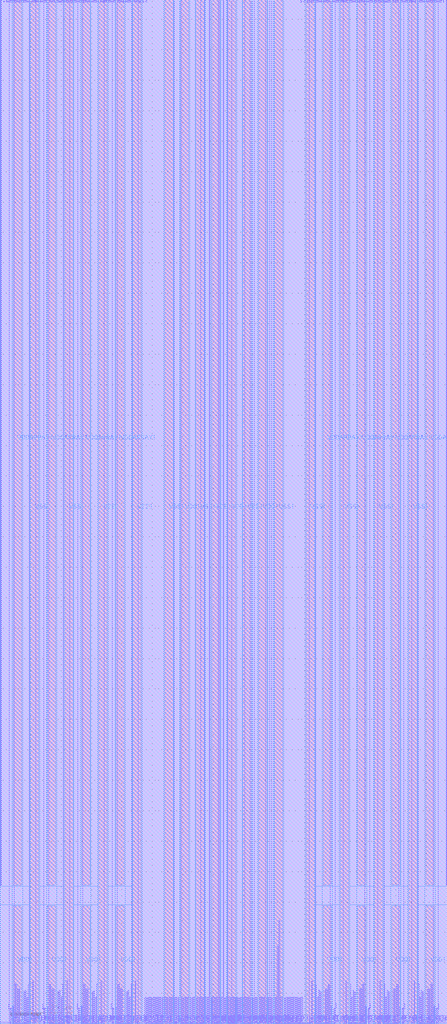
<source format=lef>
VERSION 5.7 ;
NAMESCASESENSITIVE ON ;
BUSBITCHARS "[]" ;
DIVIDERCHAR "/" ;

PROPERTYDEFINITIONS
END PROPERTYDEFINITIONS


MACRO RM_IHPSG13_1P_1024x8_c2_bm_bist
    CLASS BLOCK ;
    SIZE 146.88 BY 336.46 ;
    SYMMETRY X Y R90 ;
    PIN A_DIN[4]
        DIRECTION INPUT ; 
        USE SIGNAL ; 
        ANTENNAPARTIALMETALAREA 1.794 LAYER Metal2 ;
        ANTENNAGATEAREA 0.20085 LAYER Metal2 ;
        ANTENNAMAXAREACAR 9.83819 LAYER Metal2 ;
        PORT
            LAYER Metal2 ;
              RECT  109.61 0 109.87 0.26 ;
        END
    END A_DIN[4]
    PIN A_DIN[3]
        DIRECTION INPUT ; 
        USE SIGNAL ; 
        ANTENNAPARTIALMETALAREA 1.794 LAYER Metal2 ;
        ANTENNAGATEAREA 0.20085 LAYER Metal2 ;
        ANTENNAMAXAREACAR 9.83819 LAYER Metal2 ;
        PORT
            LAYER Metal2 ;
              RECT  37.01 0 37.27 0.26 ;
        END
    END A_DIN[3]
    PIN A_BIST_DIN[4]
        DIRECTION INPUT ; 
        USE SIGNAL ; 
        ANTENNAPARTIALMETALAREA 1.6263 LAYER Metal2 ;
        ANTENNAGATEAREA 0.20085 LAYER Metal2 ;
        ANTENNAMAXAREACAR 9.36594 LAYER Metal2 ;
        PORT
            LAYER Metal2 ;
              RECT  108.755 0 109.015 0.26 ;
        END
    END A_BIST_DIN[4]
    PIN A_BIST_DIN[3]
        DIRECTION INPUT ; 
        USE SIGNAL ; 
        ANTENNAPARTIALMETALAREA 1.6263 LAYER Metal2 ;
        ANTENNAGATEAREA 0.20085 LAYER Metal2 ;
        ANTENNAMAXAREACAR 9.36594 LAYER Metal2 ;
        PORT
            LAYER Metal2 ;
              RECT  37.865 0 38.125 0.26 ;
        END
    END A_BIST_DIN[3]
    PIN A_BM[4]
        DIRECTION INPUT ; 
        USE SIGNAL ; 
        ANTENNAPARTIALMETALAREA 0.7215 LAYER Metal2 ;
        ANTENNAGATEAREA 0.20085 LAYER Metal2 ;
        ANTENNAMAXAREACAR 4.49838 LAYER Metal2 ;
        PORT
            LAYER Metal2 ;
              RECT  101.77 0 102.03 0.26 ;
        END
    END A_BM[4]
    PIN A_BM[3]
        DIRECTION INPUT ; 
        USE SIGNAL ; 
        ANTENNAPARTIALMETALAREA 0.7215 LAYER Metal2 ;
        ANTENNAGATEAREA 0.20085 LAYER Metal2 ;
        ANTENNAMAXAREACAR 4.49838 LAYER Metal2 ;
        PORT
            LAYER Metal2 ;
              RECT  44.85 0 45.11 0.26 ;
        END
    END A_BM[3]
    PIN A_BIST_BM[4]
        DIRECTION INPUT ; 
        USE SIGNAL ; 
        ANTENNAPARTIALMETALAREA 0.7605 LAYER Metal2 ;
        ANTENNAGATEAREA 0.20085 LAYER Metal2 ;
        ANTENNAMAXAREACAR 5.05527 LAYER Metal2 ;
        PORT
            LAYER Metal2 ;
              RECT  103.145 0 103.405 0.26 ;
        END
    END A_BIST_BM[4]
    PIN A_BIST_BM[3]
        DIRECTION INPUT ; 
        USE SIGNAL ; 
        ANTENNAPARTIALMETALAREA 0.7605 LAYER Metal2 ;
        ANTENNAGATEAREA 0.20085 LAYER Metal2 ;
        ANTENNAMAXAREACAR 5.05527 LAYER Metal2 ;
        PORT
            LAYER Metal2 ;
              RECT  43.475 0 43.735 0.26 ;
        END
    END A_BIST_BM[3]
    PIN A_DOUT[4]
        DIRECTION OUTPUT ; 
        USE SIGNAL ; 
        ANTENNAPARTIALMETALAREA 3.7095 LAYER Metal2 ;
        ANTENNADIFFAREA 0.988 LAYER Metal2 ;
        PORT
            LAYER Metal2 ;
              RECT  102.28 0 102.54 0.26 ;
        END
    END A_DOUT[4]
    PIN A_DOUT[3]
        DIRECTION OUTPUT ; 
        USE SIGNAL ; 
        ANTENNAPARTIALMETALAREA 3.7095 LAYER Metal2 ;
        ANTENNADIFFAREA 0.988 LAYER Metal2 ;
        PORT
            LAYER Metal2 ;
              RECT  44.34 0 44.6 0.26 ;
        END
    END A_DOUT[3]
    PIN VSS!
        DIRECTION INOUT ; 
        USE GROUND ; 
        PORT
            LAYER Metal4 ;
              RECT  134.19 0 137 336.46 ;
        END
        PORT
            LAYER Metal4 ;
              RECT  122.95 0 125.76 336.46 ;
        END
        PORT
            LAYER Metal4 ;
              RECT  111.71 0 114.52 336.46 ;
        END
        PORT
            LAYER Metal4 ;
              RECT  100.47 0 103.28 336.46 ;
        END
        PORT
            LAYER Metal4 ;
              RECT  90.06 0 92.87 336.46 ;
        END
        PORT
            LAYER Metal4 ;
              RECT  79.76 0 82.57 336.46 ;
        END
        PORT
            LAYER Metal4 ;
              RECT  64.31 0 67.12 336.46 ;
        END
        PORT
            LAYER Metal4 ;
              RECT  54.01 0 56.82 336.46 ;
        END
        PORT
            LAYER Metal4 ;
              RECT  43.6 0 46.41 336.46 ;
        END
        PORT
            LAYER Metal4 ;
              RECT  32.36 0 35.17 336.46 ;
        END
        PORT
            LAYER Metal4 ;
              RECT  21.12 0 23.93 336.46 ;
        END
        PORT
            LAYER Metal4 ;
              RECT  9.88 0 12.69 336.46 ;
        END
    END VSS!
    PIN VDD!
        DIRECTION INOUT ; 
        USE POWER ; 
        PORT
            LAYER Metal4 ;
              RECT  139.81 0 142.62 38.825 ;
        END
        PORT
            LAYER Metal4 ;
              RECT  128.57 0 131.38 38.825 ;
        END
        PORT
            LAYER Metal4 ;
              RECT  117.33 0 120.14 38.825 ;
        END
        PORT
            LAYER Metal4 ;
              RECT  106.09 0 108.9 38.825 ;
        END
        PORT
            LAYER Metal4 ;
              RECT  84.91 0 87.72 336.46 ;
        END
        PORT
            LAYER Metal4 ;
              RECT  74.61 0 77.42 336.46 ;
        END
        PORT
            LAYER Metal4 ;
              RECT  69.46 0 72.27 336.46 ;
        END
        PORT
            LAYER Metal4 ;
              RECT  59.16 0 61.97 336.46 ;
        END
        PORT
            LAYER Metal4 ;
              RECT  37.98 0 40.79 38.825 ;
        END
        PORT
            LAYER Metal4 ;
              RECT  26.74 0 29.55 38.825 ;
        END
        PORT
            LAYER Metal4 ;
              RECT  15.5 0 18.31 38.825 ;
        END
        PORT
            LAYER Metal4 ;
              RECT  4.26 0 7.07 38.825 ;
        END
    END VDD!
    PIN VDDARRAY!
        DIRECTION INOUT ; 
        USE POWER ; 
        PORT
            LAYER Metal4 ;
              RECT  139.81 45.465 142.62 336.46 ;
        END
        PORT
            LAYER Metal4 ;
              RECT  128.57 45.465 131.38 336.46 ;
        END
        PORT
            LAYER Metal4 ;
              RECT  117.33 45.465 120.14 336.46 ;
        END
        PORT
            LAYER Metal4 ;
              RECT  106.09 45.465 108.9 336.46 ;
        END
        PORT
            LAYER Metal4 ;
              RECT  37.98 45.465 40.79 336.46 ;
        END
        PORT
            LAYER Metal4 ;
              RECT  26.74 45.465 29.55 336.46 ;
        END
        PORT
            LAYER Metal4 ;
              RECT  15.5 45.465 18.31 336.46 ;
        END
        PORT
            LAYER Metal4 ;
              RECT  4.26 45.465 7.07 336.46 ;
        END
    END VDDARRAY!
    PIN A_DIN[5]
        DIRECTION INPUT ; 
        USE SIGNAL ; 
        ANTENNAPARTIALMETALAREA 1.794 LAYER Metal2 ;
        ANTENNAGATEAREA 0.20085 LAYER Metal2 ;
        ANTENNAMAXAREACAR 9.83819 LAYER Metal2 ;
        PORT
            LAYER Metal2 ;
              RECT  120.85 0 121.11 0.26 ;
        END
    END A_DIN[5]
    PIN A_DIN[2]
        DIRECTION INPUT ; 
        USE SIGNAL ; 
        ANTENNAPARTIALMETALAREA 1.794 LAYER Metal2 ;
        ANTENNAGATEAREA 0.20085 LAYER Metal2 ;
        ANTENNAMAXAREACAR 9.83819 LAYER Metal2 ;
        PORT
            LAYER Metal2 ;
              RECT  25.77 0 26.03 0.26 ;
        END
    END A_DIN[2]
    PIN A_BIST_DIN[5]
        DIRECTION INPUT ; 
        USE SIGNAL ; 
        ANTENNAPARTIALMETALAREA 1.6263 LAYER Metal2 ;
        ANTENNAGATEAREA 0.20085 LAYER Metal2 ;
        ANTENNAMAXAREACAR 9.36594 LAYER Metal2 ;
        PORT
            LAYER Metal2 ;
              RECT  119.995 0 120.255 0.26 ;
        END
    END A_BIST_DIN[5]
    PIN A_BIST_DIN[2]
        DIRECTION INPUT ; 
        USE SIGNAL ; 
        ANTENNAPARTIALMETALAREA 1.6263 LAYER Metal2 ;
        ANTENNAGATEAREA 0.20085 LAYER Metal2 ;
        ANTENNAMAXAREACAR 9.36594 LAYER Metal2 ;
        PORT
            LAYER Metal2 ;
              RECT  26.625 0 26.885 0.26 ;
        END
    END A_BIST_DIN[2]
    PIN A_BM[5]
        DIRECTION INPUT ; 
        USE SIGNAL ; 
        ANTENNAPARTIALMETALAREA 0.7215 LAYER Metal2 ;
        ANTENNAGATEAREA 0.20085 LAYER Metal2 ;
        ANTENNAMAXAREACAR 4.49838 LAYER Metal2 ;
        PORT
            LAYER Metal2 ;
              RECT  113.01 0 113.27 0.26 ;
        END
    END A_BM[5]
    PIN A_BM[2]
        DIRECTION INPUT ; 
        USE SIGNAL ; 
        ANTENNAPARTIALMETALAREA 0.7215 LAYER Metal2 ;
        ANTENNAGATEAREA 0.20085 LAYER Metal2 ;
        ANTENNAMAXAREACAR 4.49838 LAYER Metal2 ;
        PORT
            LAYER Metal2 ;
              RECT  33.61 0 33.87 0.26 ;
        END
    END A_BM[2]
    PIN A_BIST_BM[5]
        DIRECTION INPUT ; 
        USE SIGNAL ; 
        ANTENNAPARTIALMETALAREA 0.7605 LAYER Metal2 ;
        ANTENNAGATEAREA 0.20085 LAYER Metal2 ;
        ANTENNAMAXAREACAR 5.05527 LAYER Metal2 ;
        PORT
            LAYER Metal2 ;
              RECT  114.385 0 114.645 0.26 ;
        END
    END A_BIST_BM[5]
    PIN A_BIST_BM[2]
        DIRECTION INPUT ; 
        USE SIGNAL ; 
        ANTENNAPARTIALMETALAREA 0.7605 LAYER Metal2 ;
        ANTENNAGATEAREA 0.20085 LAYER Metal2 ;
        ANTENNAMAXAREACAR 5.05527 LAYER Metal2 ;
        PORT
            LAYER Metal2 ;
              RECT  32.235 0 32.495 0.26 ;
        END
    END A_BIST_BM[2]
    PIN A_DOUT[5]
        DIRECTION OUTPUT ; 
        USE SIGNAL ; 
        ANTENNAPARTIALMETALAREA 3.7095 LAYER Metal2 ;
        ANTENNADIFFAREA 0.988 LAYER Metal2 ;
        PORT
            LAYER Metal2 ;
              RECT  113.52 0 113.78 0.26 ;
        END
    END A_DOUT[5]
    PIN A_DOUT[2]
        DIRECTION OUTPUT ; 
        USE SIGNAL ; 
        ANTENNAPARTIALMETALAREA 3.7095 LAYER Metal2 ;
        ANTENNADIFFAREA 0.988 LAYER Metal2 ;
        PORT
            LAYER Metal2 ;
              RECT  33.1 0 33.36 0.26 ;
        END
    END A_DOUT[2]
    PIN A_DIN[6]
        DIRECTION INPUT ; 
        USE SIGNAL ; 
        ANTENNAPARTIALMETALAREA 1.794 LAYER Metal2 ;
        ANTENNAGATEAREA 0.20085 LAYER Metal2 ;
        ANTENNAMAXAREACAR 9.83819 LAYER Metal2 ;
        PORT
            LAYER Metal2 ;
              RECT  132.09 0 132.35 0.26 ;
        END
    END A_DIN[6]
    PIN A_DIN[1]
        DIRECTION INPUT ; 
        USE SIGNAL ; 
        ANTENNAPARTIALMETALAREA 1.794 LAYER Metal2 ;
        ANTENNAGATEAREA 0.20085 LAYER Metal2 ;
        ANTENNAMAXAREACAR 9.83819 LAYER Metal2 ;
        PORT
            LAYER Metal2 ;
              RECT  14.53 0 14.79 0.26 ;
        END
    END A_DIN[1]
    PIN A_BIST_DIN[6]
        DIRECTION INPUT ; 
        USE SIGNAL ; 
        ANTENNAPARTIALMETALAREA 1.6263 LAYER Metal2 ;
        ANTENNAGATEAREA 0.20085 LAYER Metal2 ;
        ANTENNAMAXAREACAR 9.36594 LAYER Metal2 ;
        PORT
            LAYER Metal2 ;
              RECT  131.235 0 131.495 0.26 ;
        END
    END A_BIST_DIN[6]
    PIN A_BIST_DIN[1]
        DIRECTION INPUT ; 
        USE SIGNAL ; 
        ANTENNAPARTIALMETALAREA 1.6263 LAYER Metal2 ;
        ANTENNAGATEAREA 0.20085 LAYER Metal2 ;
        ANTENNAMAXAREACAR 9.36594 LAYER Metal2 ;
        PORT
            LAYER Metal2 ;
              RECT  15.385 0 15.645 0.26 ;
        END
    END A_BIST_DIN[1]
    PIN A_BM[6]
        DIRECTION INPUT ; 
        USE SIGNAL ; 
        ANTENNAPARTIALMETALAREA 0.7215 LAYER Metal2 ;
        ANTENNAGATEAREA 0.20085 LAYER Metal2 ;
        ANTENNAMAXAREACAR 4.49838 LAYER Metal2 ;
        PORT
            LAYER Metal2 ;
              RECT  124.25 0 124.51 0.26 ;
        END
    END A_BM[6]
    PIN A_BM[1]
        DIRECTION INPUT ; 
        USE SIGNAL ; 
        ANTENNAPARTIALMETALAREA 0.7215 LAYER Metal2 ;
        ANTENNAGATEAREA 0.20085 LAYER Metal2 ;
        ANTENNAMAXAREACAR 4.49838 LAYER Metal2 ;
        PORT
            LAYER Metal2 ;
              RECT  22.37 0 22.63 0.26 ;
        END
    END A_BM[1]
    PIN A_BIST_BM[6]
        DIRECTION INPUT ; 
        USE SIGNAL ; 
        ANTENNAPARTIALMETALAREA 0.7605 LAYER Metal2 ;
        ANTENNAGATEAREA 0.20085 LAYER Metal2 ;
        ANTENNAMAXAREACAR 5.05527 LAYER Metal2 ;
        PORT
            LAYER Metal2 ;
              RECT  125.625 0 125.885 0.26 ;
        END
    END A_BIST_BM[6]
    PIN A_BIST_BM[1]
        DIRECTION INPUT ; 
        USE SIGNAL ; 
        ANTENNAPARTIALMETALAREA 0.7605 LAYER Metal2 ;
        ANTENNAGATEAREA 0.20085 LAYER Metal2 ;
        ANTENNAMAXAREACAR 5.05527 LAYER Metal2 ;
        PORT
            LAYER Metal2 ;
              RECT  20.995 0 21.255 0.26 ;
        END
    END A_BIST_BM[1]
    PIN A_DOUT[6]
        DIRECTION OUTPUT ; 
        USE SIGNAL ; 
        ANTENNAPARTIALMETALAREA 3.7095 LAYER Metal2 ;
        ANTENNADIFFAREA 0.988 LAYER Metal2 ;
        PORT
            LAYER Metal2 ;
              RECT  124.76 0 125.02 0.26 ;
        END
    END A_DOUT[6]
    PIN A_DOUT[1]
        DIRECTION OUTPUT ; 
        USE SIGNAL ; 
        ANTENNAPARTIALMETALAREA 3.7095 LAYER Metal2 ;
        ANTENNADIFFAREA 0.988 LAYER Metal2 ;
        PORT
            LAYER Metal2 ;
              RECT  21.86 0 22.12 0.26 ;
        END
    END A_DOUT[1]
    PIN A_DIN[7]
        DIRECTION INPUT ; 
        USE SIGNAL ; 
        ANTENNAPARTIALMETALAREA 1.794 LAYER Metal2 ;
        ANTENNAGATEAREA 0.20085 LAYER Metal2 ;
        ANTENNAMAXAREACAR 9.83819 LAYER Metal2 ;
        PORT
            LAYER Metal2 ;
              RECT  143.33 0 143.59 0.26 ;
        END
    END A_DIN[7]
    PIN A_DIN[0]
        DIRECTION INPUT ; 
        USE SIGNAL ; 
        ANTENNAPARTIALMETALAREA 1.794 LAYER Metal2 ;
        ANTENNAGATEAREA 0.20085 LAYER Metal2 ;
        ANTENNAMAXAREACAR 9.83819 LAYER Metal2 ;
        PORT
            LAYER Metal2 ;
              RECT  3.29 0 3.55 0.26 ;
        END
    END A_DIN[0]
    PIN A_BIST_DIN[7]
        DIRECTION INPUT ; 
        USE SIGNAL ; 
        ANTENNAPARTIALMETALAREA 1.6263 LAYER Metal2 ;
        ANTENNAGATEAREA 0.20085 LAYER Metal2 ;
        ANTENNAMAXAREACAR 9.36594 LAYER Metal2 ;
        PORT
            LAYER Metal2 ;
              RECT  142.475 0 142.735 0.26 ;
        END
    END A_BIST_DIN[7]
    PIN A_BIST_DIN[0]
        DIRECTION INPUT ; 
        USE SIGNAL ; 
        ANTENNAPARTIALMETALAREA 1.6263 LAYER Metal2 ;
        ANTENNAGATEAREA 0.20085 LAYER Metal2 ;
        ANTENNAMAXAREACAR 9.36594 LAYER Metal2 ;
        PORT
            LAYER Metal2 ;
              RECT  4.145 0 4.405 0.26 ;
        END
    END A_BIST_DIN[0]
    PIN A_BM[7]
        DIRECTION INPUT ; 
        USE SIGNAL ; 
        ANTENNAPARTIALMETALAREA 0.7215 LAYER Metal2 ;
        ANTENNAGATEAREA 0.20085 LAYER Metal2 ;
        ANTENNAMAXAREACAR 4.49838 LAYER Metal2 ;
        PORT
            LAYER Metal2 ;
              RECT  135.49 0 135.75 0.26 ;
        END
    END A_BM[7]
    PIN A_BM[0]
        DIRECTION INPUT ; 
        USE SIGNAL ; 
        ANTENNAPARTIALMETALAREA 0.7215 LAYER Metal2 ;
        ANTENNAGATEAREA 0.20085 LAYER Metal2 ;
        ANTENNAMAXAREACAR 4.49838 LAYER Metal2 ;
        PORT
            LAYER Metal2 ;
              RECT  11.13 0 11.39 0.26 ;
        END
    END A_BM[0]
    PIN A_BIST_BM[7]
        DIRECTION INPUT ; 
        USE SIGNAL ; 
        ANTENNAPARTIALMETALAREA 0.7605 LAYER Metal2 ;
        ANTENNAGATEAREA 0.20085 LAYER Metal2 ;
        ANTENNAMAXAREACAR 5.05527 LAYER Metal2 ;
        PORT
            LAYER Metal2 ;
              RECT  136.865 0 137.125 0.26 ;
        END
    END A_BIST_BM[7]
    PIN A_BIST_BM[0]
        DIRECTION INPUT ; 
        USE SIGNAL ; 
        ANTENNAPARTIALMETALAREA 0.7605 LAYER Metal2 ;
        ANTENNAGATEAREA 0.20085 LAYER Metal2 ;
        ANTENNAMAXAREACAR 5.05527 LAYER Metal2 ;
        PORT
            LAYER Metal2 ;
              RECT  9.755 0 10.015 0.26 ;
        END
    END A_BIST_BM[0]
    PIN A_DOUT[7]
        DIRECTION OUTPUT ; 
        USE SIGNAL ; 
        ANTENNAPARTIALMETALAREA 3.7095 LAYER Metal2 ;
        ANTENNADIFFAREA 0.988 LAYER Metal2 ;
        PORT
            LAYER Metal2 ;
              RECT  136 0 136.26 0.26 ;
        END
    END A_DOUT[7]
    PIN A_DOUT[0]
        DIRECTION OUTPUT ; 
        USE SIGNAL ; 
        ANTENNAPARTIALMETALAREA 3.7095 LAYER Metal2 ;
        ANTENNADIFFAREA 0.988 LAYER Metal2 ;
        PORT
            LAYER Metal2 ;
              RECT  10.62 0 10.88 0.26 ;
        END
    END A_DOUT[0]
    PIN A_ADDR[0]
        DIRECTION INPUT ; 
        USE SIGNAL ; 
        ANTENNAPARTIALMETALAREA 8.9011 LAYER Metal2 ;
        ANTENNAGATEAREA 0.20085 LAYER Metal2 ;
        ANTENNAMAXAREACAR 45.2233 LAYER Metal2 ;
        PORT
            LAYER Metal2 ;
              RECT  69.64 0 69.9 0.26 ;
        END
    END A_ADDR[0]
    PIN A_BIST_ADDR[0]
        DIRECTION INPUT ; 
        USE SIGNAL ; 
        ANTENNAPARTIALMETALAREA 9.6967 LAYER Metal2 ;
        ANTENNAGATEAREA 0.20085 LAYER Metal2 ;
        ANTENNAMAXAREACAR 49.1845 LAYER Metal2 ;
        PORT
            LAYER Metal2 ;
              RECT  74.23 0 74.49 0.26 ;
        END
    END A_BIST_ADDR[0]
    PIN A_ADDR[1]
        DIRECTION INPUT ; 
        USE SIGNAL ; 
        ANTENNAPARTIALMETALAREA 7.774 LAYER Metal2 ;
        ANTENNAGATEAREA 0.20085 LAYER Metal2 ;
        ANTENNAMAXAREACAR 39.657 LAYER Metal2 ;
        PORT
            LAYER Metal2 ;
              RECT  69.13 0 69.39 0.26 ;
        END
    END A_ADDR[1]
    PIN A_BIST_ADDR[1]
        DIRECTION INPUT ; 
        USE SIGNAL ; 
        ANTENNAPARTIALMETALAREA 8.5696 LAYER Metal2 ;
        ANTENNAGATEAREA 0.20085 LAYER Metal2 ;
        ANTENNAMAXAREACAR 43.6181 LAYER Metal2 ;
        PORT
            LAYER Metal2 ;
              RECT  73.72 0 73.98 0.26 ;
        END
    END A_BIST_ADDR[1]
    PIN A_ADDR[2]
        DIRECTION INPUT ; 
        USE SIGNAL ; 
        ANTENNAPARTIALMETALAREA 10.6327 LAYER Metal2 ;
        ANTENNAPARTIALMETALAREA 1.5246 LAYER Metal3 ;
        ANTENNAPARTIALCUTAREA 0.0722 LAYER Via2 ;
        ANTENNAGATEAREA 0.20085 LAYER Metal3 ;
        ANTENNAMAXAREACAR 9.41598 LAYER Metal3 ;
        PORT
            LAYER Metal2 ;
              RECT  77.29 0 77.55 0.26 ;
        END
    END A_ADDR[2]
    PIN A_BIST_ADDR[2]
        DIRECTION INPUT ; 
        USE SIGNAL ; 
        ANTENNAPARTIALMETALAREA 10.6327 LAYER Metal2 ;
        ANTENNAPARTIALMETALAREA 1.0962 LAYER Metal3 ;
        ANTENNAPARTIALCUTAREA 0.0722 LAYER Via2 ;
        ANTENNAGATEAREA 0.20085 LAYER Metal3 ;
        ANTENNAMAXAREACAR 7.81379 LAYER Metal3 ;
        PORT
            LAYER Metal2 ;
              RECT  77.8 0 78.06 0.26 ;
        END
    END A_BIST_ADDR[2]
    PIN A_ADDR[3]
        DIRECTION INPUT ; 
        USE SIGNAL ; 
        ANTENNAPARTIALMETALAREA 10.6327 LAYER Metal2 ;
        ANTENNAPARTIALMETALAREA 3.8367 LAYER Metal3 ;
        ANTENNAPARTIALCUTAREA 0.0722 LAYER Via2 ;
        ANTENNAGATEAREA 0.20085 LAYER Metal3 ;
        ANTENNAMAXAREACAR 20.9276 LAYER Metal3 ;
        PORT
            LAYER Metal2 ;
              RECT  76.27 0 76.53 0.26 ;
        END
    END A_ADDR[3]
    PIN A_BIST_ADDR[3]
        DIRECTION INPUT ; 
        USE SIGNAL ; 
        ANTENNAPARTIALMETALAREA 10.6327 LAYER Metal2 ;
        ANTENNAPARTIALMETALAREA 3.5175 LAYER Metal3 ;
        ANTENNAPARTIALCUTAREA 0.0722 LAYER Via2 ;
        ANTENNAGATEAREA 0.20085 LAYER Metal3 ;
        ANTENNAMAXAREACAR 19.8691 LAYER Metal3 ;
        PORT
            LAYER Metal2 ;
              RECT  76.78 0 77.04 0.26 ;
        END
    END A_BIST_ADDR[3]
    PIN A_ADDR[4]
        DIRECTION INPUT ; 
        USE SIGNAL ; 
        ANTENNAPARTIALMETALAREA 12.1979 LAYER Metal2 ;
        ANTENNAGATEAREA 0.20085 LAYER Metal2 ;
        ANTENNAMAXAREACAR 61.6375 LAYER Metal2 ;
        PORT
            LAYER Metal2 ;
              RECT  79.84 0 80.1 0.26 ;
        END
    END A_ADDR[4]
    PIN A_BIST_ADDR[4]
        DIRECTION INPUT ; 
        USE SIGNAL ; 
        ANTENNAPARTIALMETALAREA 11.9327 LAYER Metal2 ;
        ANTENNAGATEAREA 0.20085 LAYER Metal2 ;
        ANTENNAMAXAREACAR 60.3172 LAYER Metal2 ;
        PORT
            LAYER Metal2 ;
              RECT  79.33 0 79.59 0.26 ;
        END
    END A_BIST_ADDR[4]
    PIN A_ADDR[5]
        DIRECTION INPUT ; 
        USE SIGNAL ; 
        ANTENNAPARTIALMETALAREA 13.9269 LAYER Metal2 ;
        ANTENNAGATEAREA 0.20085 LAYER Metal2 ;
        ANTENNAMAXAREACAR 70.246 LAYER Metal2 ;
        PORT
            LAYER Metal2 ;
              RECT  78.82 0 79.08 0.26 ;
        END
    END A_ADDR[5]
    PIN A_BIST_ADDR[5]
        DIRECTION INPUT ; 
        USE SIGNAL ; 
        ANTENNAPARTIALMETALAREA 13.6617 LAYER Metal2 ;
        ANTENNAGATEAREA 0.20085 LAYER Metal2 ;
        ANTENNAMAXAREACAR 68.9256 LAYER Metal2 ;
        PORT
            LAYER Metal2 ;
              RECT  78.31 0 78.57 0.26 ;
        END
    END A_BIST_ADDR[5]
    PIN A_ADDR[6]
        DIRECTION INPUT ; 
        USE SIGNAL ; 
        ANTENNAPARTIALMETALAREA 10.9525 LAYER Metal2 ;
        ANTENNAGATEAREA 0.20085 LAYER Metal2 ;
        ANTENNAMAXAREACAR 55.4369 LAYER Metal2 ;
        PORT
            LAYER Metal2 ;
              RECT  57.4 0 57.66 0.26 ;
        END
    END A_ADDR[6]
    PIN A_BIST_ADDR[6]
        DIRECTION INPUT ; 
        USE SIGNAL ; 
        ANTENNAPARTIALMETALAREA 10.6771 LAYER Metal2 ;
        ANTENNAGATEAREA 0.20085 LAYER Metal2 ;
        ANTENNAMAXAREACAR 54.0657 LAYER Metal2 ;
        PORT
            LAYER Metal2 ;
              RECT  57.91 0 58.17 0.26 ;
        END
    END A_BIST_ADDR[6]
    PIN A_ADDR[7]
        DIRECTION INPUT ; 
        USE SIGNAL ; 
        ANTENNAPARTIALMETALAREA 12.4163 LAYER Metal2 ;
        ANTENNAGATEAREA 0.20085 LAYER Metal2 ;
        ANTENNAMAXAREACAR 62.7249 LAYER Metal2 ;
        PORT
            LAYER Metal2 ;
              RECT  58.42 0 58.68 0.26 ;
        END
    END A_ADDR[7]
    PIN A_BIST_ADDR[7]
        DIRECTION INPUT ; 
        USE SIGNAL ; 
        ANTENNAPARTIALMETALAREA 12.1511 LAYER Metal2 ;
        ANTENNAGATEAREA 0.20085 LAYER Metal2 ;
        ANTENNAMAXAREACAR 61.4045 LAYER Metal2 ;
        PORT
            LAYER Metal2 ;
              RECT  58.93 0 59.19 0.26 ;
        END
    END A_BIST_ADDR[7]
    PIN A_ADDR[8]
        DIRECTION INPUT ; 
        USE SIGNAL ; 
        ANTENNAPARTIALMETALAREA 10.3675 LAYER Metal2 ;
        ANTENNAPARTIALMETALAREA 1.5897 LAYER Metal3 ;
        ANTENNAPARTIALCUTAREA 0.0722 LAYER Via2 ;
        ANTENNAGATEAREA 0.20085 LAYER Metal3 ;
        ANTENNAMAXAREACAR 9.7401 LAYER Metal3 ;
        PORT
            LAYER Metal2 ;
              RECT  87.49 0 87.75 0.26 ;
        END
    END A_ADDR[8]
    PIN A_BIST_ADDR[8]
        DIRECTION INPUT ; 
        USE SIGNAL ; 
        ANTENNAPARTIALMETALAREA 10.3675 LAYER Metal2 ;
        ANTENNAPARTIALMETALAREA 1.3755 LAYER Metal3 ;
        ANTENNAPARTIALCUTAREA 0.0722 LAYER Via2 ;
        ANTENNAGATEAREA 0.20085 LAYER Metal3 ;
        ANTENNAMAXAREACAR 9.20438 LAYER Metal3 ;
        PORT
            LAYER Metal2 ;
              RECT  88 0 88.26 0.26 ;
        END
    END A_BIST_ADDR[8]
    PIN A_ADDR[9]
        DIRECTION INPUT ; 
        USE SIGNAL ; 
        ANTENNAPARTIALMETALAREA 12.2633 LAYER Metal2 ;
        ANTENNAGATEAREA 0.20085 LAYER Metal2 ;
        ANTENNAMAXAREACAR 61.9632 LAYER Metal2 ;
        PORT
            LAYER Metal2 ;
              RECT  82.39 0 82.65 0.26 ;
        END
    END A_ADDR[9]
    PIN A_BIST_ADDR[9]
        DIRECTION INPUT ; 
        USE SIGNAL ; 
        ANTENNAPARTIALMETALAREA 12.0083 LAYER Metal2 ;
        ANTENNAGATEAREA 0.20085 LAYER Metal2 ;
        ANTENNAMAXAREACAR 60.6936 LAYER Metal2 ;
        PORT
            LAYER Metal2 ;
              RECT  82.9 0 83.16 0.26 ;
        END
    END A_BIST_ADDR[9]
    PIN A_CLK
        DIRECTION INPUT ; 
        USE CLOCK ; 
        ANTENNAPARTIALMETALAREA 4.0547 LAYER Metal2 ;
        ANTENNAGATEAREA 0.20085 LAYER Metal2 ;
        ANTENNAMAXAREACAR 21.0939 LAYER Metal2 ;
        PORT
            LAYER Metal2 ;
              RECT  67.6 0 67.86 0.26 ;
        END
    END A_CLK
    PIN A_REN
        DIRECTION INPUT ; 
        USE SIGNAL ; 
        ANTENNAPARTIALMETALAREA 3.99505 LAYER Metal2 ;
        ANTENNAGATEAREA 0.20085 LAYER Metal2 ;
        ANTENNAMAXAREACAR 20.7969 LAYER Metal2 ;
        PORT
            LAYER Metal2 ;
              RECT  71.17 0 71.43 0.26 ;
        END
    END A_REN
    PIN A_WEN
        DIRECTION INPUT ; 
        USE SIGNAL ; 
        ANTENNAPARTIALMETALAREA 2.8847 LAYER Metal2 ;
        ANTENNAGATEAREA 0.20085 LAYER Metal2 ;
        ANTENNAMAXAREACAR 15.2686 LAYER Metal2 ;
        PORT
            LAYER Metal2 ;
              RECT  70.66 0 70.92 0.26 ;
        END
    END A_WEN
    PIN A_MEN
        DIRECTION INPUT ; 
        USE SIGNAL ; 
        ANTENNAPARTIALMETALAREA 3.0247 LAYER Metal2 ;
        ANTENNAGATEAREA 0.20085 LAYER Metal2 ;
        ANTENNAMAXAREACAR 15.9656 LAYER Metal2 ;
        PORT
            LAYER Metal2 ;
              RECT  68.11 0 68.37 0.26 ;
        END
    END A_MEN
    PIN A_DLY
        DIRECTION INPUT ; 
        USE SIGNAL ; 
        ANTENNAPARTIALMETALAREA 6.058 LAYER Metal2 ;
        ANTENNAGATEAREA 0.3367 LAYER Metal2 ;
        ANTENNAMAXAREACAR 18.5328 LAYER Metal2 ;
        PORT
            LAYER Metal2 ;
              RECT  89.53 0 89.79 0.26 ;
        END
    END A_DLY
    PIN A_BIST_EN
        DIRECTION INPUT ; 
        USE SIGNAL ; 
        ANTENNAPARTIALMETALAREA 3.9871 LAYER Metal2 ;
        ANTENNAPARTIALMETALAREA 70.2802 LAYER Metal3 ;
        ANTENNAPARTIALCUTAREA 0.0722 LAYER Via2 ;
        ANTENNAGATEAREA 1.43 LAYER Metal2 ;
        ANTENNAGATEAREA 10.725 LAYER Metal3 ;
        ANTENNAMAXAREACAR 3.21364 LAYER Metal2 ;
        ANTENNAMAXAREACAR 16.8257 LAYER Metal3 ;
        ANTENNAMAXCUTCAR 0.151469 LAYER Via2 ;
        PORT
            LAYER Metal2 ;
              RECT  70.15 0 70.41 0.26 ;
        END
    END A_BIST_EN
    PIN A_BIST_CLK
        DIRECTION INPUT ; 
        USE CLOCK ; 
        ANTENNAPARTIALMETALAREA 4.1639 LAYER Metal2 ;
        ANTENNAGATEAREA 0.20085 LAYER Metal2 ;
        ANTENNAMAXAREACAR 21.9534 LAYER Metal2 ;
        PORT
            LAYER Metal2 ;
              RECT  66.07 0 66.33 0.26 ;
        END
    END A_BIST_CLK
    PIN A_BIST_REN
        DIRECTION INPUT ; 
        USE SIGNAL ; 
        ANTENNAPARTIALMETALAREA 4.1119 LAYER Metal2 ;
        ANTENNAGATEAREA 0.20085 LAYER Metal2 ;
        ANTENNAMAXAREACAR 21.6945 LAYER Metal2 ;
        PORT
            LAYER Metal2 ;
              RECT  72.7 0 72.96 0.26 ;
        END
    END A_BIST_REN
    PIN A_BIST_WEN
        DIRECTION INPUT ; 
        USE SIGNAL ; 
        ANTENNAPARTIALMETALAREA 2.9051 LAYER Metal2 ;
        ANTENNAGATEAREA 0.20085 LAYER Metal2 ;
        ANTENNAMAXAREACAR 15.6861 LAYER Metal2 ;
        PORT
            LAYER Metal2 ;
              RECT  72.19 0 72.45 0.26 ;
        END
    END A_BIST_WEN
    PIN A_BIST_MEN
        DIRECTION INPUT ; 
        USE SIGNAL ; 
        ANTENNAPARTIALMETALAREA 2.8977 LAYER Metal2 ;
        ANTENNAGATEAREA 0.20085 LAYER Metal2 ;
        ANTENNAMAXAREACAR 15.6492 LAYER Metal2 ;
        PORT
            LAYER Metal2 ;
              RECT  66.58 0 66.84 0.26 ;
        END
    END A_BIST_MEN
    OBS
      LAYER Metal1 ;
        RECT  0 0 146.88 336.46 ;
      LAYER Metal2 ;
        RECT  0.105 45.465 0.305 336.435 ;
        RECT  1.1 335.705 1.3 336.435 ;
        RECT  3.29 0.52 3.55 5.16 ;
        RECT  2.77 4.9 3.55 5.16 ;
        RECT  2.77 4.9 3.03 6.64 ;
        RECT  1.92 335.705 2.12 336.435 ;
        RECT  2.415 335.705 2.615 336.435 ;
        RECT  2.915 335.705 3.115 336.435 ;
        RECT  3.415 335.705 3.615 336.435 ;
        RECT  3.91 335.705 4.11 336.435 ;
        RECT  4.655 0.17 5.425 0.94 ;
        RECT  4.655 0.17 4.915 12.9 ;
        RECT  5.165 0.17 5.425 12.9 ;
        RECT  4.145 0.52 4.405 5.815 ;
        RECT  4.73 335.705 4.93 336.435 ;
        RECT  5.675 0.17 6.445 0.43 ;
        RECT  5.675 0.17 5.935 11.5 ;
        RECT  6.185 0.17 6.445 11.5 ;
        RECT  5.225 335.705 5.425 336.435 ;
        RECT  5.725 335.705 5.925 336.435 ;
        RECT  6.225 335.705 6.425 336.435 ;
        RECT  7.715 0.17 8.485 0.43 ;
        RECT  7.715 0.17 7.975 10.48 ;
        RECT  8.225 0.17 8.485 10.99 ;
        RECT  6.72 335.705 6.92 336.435 ;
        RECT  7.54 335.705 7.74 336.435 ;
        RECT  8.735 0.17 9.505 0.94 ;
        RECT  8.735 0.17 8.995 8.7 ;
        RECT  9.245 0.17 9.505 12.9 ;
        RECT  8.035 335.705 8.235 336.435 ;
        RECT  8.535 335.705 8.735 336.435 ;
        RECT  9.035 335.705 9.235 336.435 ;
        RECT  9.53 335.705 9.73 336.435 ;
        RECT  9.755 0.52 10.015 2.485 ;
        RECT  10.35 335.705 10.55 336.435 ;
        RECT  10.62 0.52 10.88 14.11 ;
        RECT  10.845 335.705 11.045 336.435 ;
        RECT  11.13 0.52 11.39 2.335 ;
        RECT  11.345 335.705 11.545 336.435 ;
        RECT  11.845 335.705 12.045 336.435 ;
        RECT  12.34 335.705 12.54 336.435 ;
        RECT  14.53 0.52 14.79 5.16 ;
        RECT  14.01 4.9 14.79 5.16 ;
        RECT  14.01 4.9 14.27 6.64 ;
        RECT  13.16 335.705 13.36 336.435 ;
        RECT  13.655 335.705 13.855 336.435 ;
        RECT  14.155 335.705 14.355 336.435 ;
        RECT  14.655 335.705 14.855 336.435 ;
        RECT  15.15 335.705 15.35 336.435 ;
        RECT  15.895 0.17 16.665 0.94 ;
        RECT  15.895 0.17 16.155 12.9 ;
        RECT  16.405 0.17 16.665 12.9 ;
        RECT  15.385 0.52 15.645 5.815 ;
        RECT  15.97 335.705 16.17 336.435 ;
        RECT  16.915 0.17 17.685 0.43 ;
        RECT  16.915 0.17 17.175 11.5 ;
        RECT  17.425 0.17 17.685 11.5 ;
        RECT  16.465 335.705 16.665 336.435 ;
        RECT  16.965 335.705 17.165 336.435 ;
        RECT  17.465 335.705 17.665 336.435 ;
        RECT  18.955 0.17 19.725 0.43 ;
        RECT  18.955 0.17 19.215 10.48 ;
        RECT  19.465 0.17 19.725 10.99 ;
        RECT  17.96 335.705 18.16 336.435 ;
        RECT  18.78 335.705 18.98 336.435 ;
        RECT  19.975 0.17 20.745 0.94 ;
        RECT  19.975 0.17 20.235 8.7 ;
        RECT  20.485 0.17 20.745 12.9 ;
        RECT  19.275 335.705 19.475 336.435 ;
        RECT  19.775 335.705 19.975 336.435 ;
        RECT  20.275 335.705 20.475 336.435 ;
        RECT  20.77 335.705 20.97 336.435 ;
        RECT  20.995 0.52 21.255 2.485 ;
        RECT  21.59 335.705 21.79 336.435 ;
        RECT  21.86 0.52 22.12 14.11 ;
        RECT  22.085 335.705 22.285 336.435 ;
        RECT  22.37 0.52 22.63 2.335 ;
        RECT  22.585 335.705 22.785 336.435 ;
        RECT  23.085 335.705 23.285 336.435 ;
        RECT  23.58 335.705 23.78 336.435 ;
        RECT  25.77 0.52 26.03 5.16 ;
        RECT  25.25 4.9 26.03 5.16 ;
        RECT  25.25 4.9 25.51 6.64 ;
        RECT  24.4 335.705 24.6 336.435 ;
        RECT  24.895 335.705 25.095 336.435 ;
        RECT  25.395 335.705 25.595 336.435 ;
        RECT  25.895 335.705 26.095 336.435 ;
        RECT  26.39 335.705 26.59 336.435 ;
        RECT  27.135 0.17 27.905 0.94 ;
        RECT  27.135 0.17 27.395 12.9 ;
        RECT  27.645 0.17 27.905 12.9 ;
        RECT  26.625 0.52 26.885 5.815 ;
        RECT  27.21 335.705 27.41 336.435 ;
        RECT  28.155 0.17 28.925 0.43 ;
        RECT  28.155 0.17 28.415 11.5 ;
        RECT  28.665 0.17 28.925 11.5 ;
        RECT  27.705 335.705 27.905 336.435 ;
        RECT  28.205 335.705 28.405 336.435 ;
        RECT  28.705 335.705 28.905 336.435 ;
        RECT  30.195 0.17 30.965 0.43 ;
        RECT  30.195 0.17 30.455 10.48 ;
        RECT  30.705 0.17 30.965 10.99 ;
        RECT  29.2 335.705 29.4 336.435 ;
        RECT  30.02 335.705 30.22 336.435 ;
        RECT  31.215 0.17 31.985 0.94 ;
        RECT  31.215 0.17 31.475 8.7 ;
        RECT  31.725 0.17 31.985 12.9 ;
        RECT  30.515 335.705 30.715 336.435 ;
        RECT  31.015 335.705 31.215 336.435 ;
        RECT  31.515 335.705 31.715 336.435 ;
        RECT  32.01 335.705 32.21 336.435 ;
        RECT  32.235 0.52 32.495 2.485 ;
        RECT  32.83 335.705 33.03 336.435 ;
        RECT  33.1 0.52 33.36 14.11 ;
        RECT  33.325 335.705 33.525 336.435 ;
        RECT  33.61 0.52 33.87 2.335 ;
        RECT  33.825 335.705 34.025 336.435 ;
        RECT  34.325 335.705 34.525 336.435 ;
        RECT  34.82 335.705 35.02 336.435 ;
        RECT  37.01 0.52 37.27 5.16 ;
        RECT  36.49 4.9 37.27 5.16 ;
        RECT  36.49 4.9 36.75 6.64 ;
        RECT  35.64 335.705 35.84 336.435 ;
        RECT  36.135 335.705 36.335 336.435 ;
        RECT  36.635 335.705 36.835 336.435 ;
        RECT  37.135 335.705 37.335 336.435 ;
        RECT  37.63 335.705 37.83 336.435 ;
        RECT  38.375 0.17 39.145 0.94 ;
        RECT  38.375 0.17 38.635 12.9 ;
        RECT  38.885 0.17 39.145 12.9 ;
        RECT  37.865 0.52 38.125 5.815 ;
        RECT  38.45 335.705 38.65 336.435 ;
        RECT  39.395 0.17 40.165 0.43 ;
        RECT  39.395 0.17 39.655 11.5 ;
        RECT  39.905 0.17 40.165 11.5 ;
        RECT  38.945 335.705 39.145 336.435 ;
        RECT  39.445 335.705 39.645 336.435 ;
        RECT  39.945 335.705 40.145 336.435 ;
        RECT  41.435 0.17 42.205 0.43 ;
        RECT  41.435 0.17 41.695 10.48 ;
        RECT  41.945 0.17 42.205 10.99 ;
        RECT  40.44 335.705 40.64 336.435 ;
        RECT  41.26 335.705 41.46 336.435 ;
        RECT  42.455 0.17 43.225 0.94 ;
        RECT  42.455 0.17 42.715 8.7 ;
        RECT  42.965 0.17 43.225 12.9 ;
        RECT  41.755 335.705 41.955 336.435 ;
        RECT  42.255 335.705 42.455 336.435 ;
        RECT  42.755 335.705 42.955 336.435 ;
        RECT  43.25 335.705 43.45 336.435 ;
        RECT  43.475 0.52 43.735 2.485 ;
        RECT  44.07 335.705 44.27 336.435 ;
        RECT  44.34 0.52 44.6 14.11 ;
        RECT  44.565 335.705 44.765 336.435 ;
        RECT  44.85 0.52 45.11 2.335 ;
        RECT  45.065 335.705 45.265 336.435 ;
        RECT  45.565 335.705 45.765 336.435 ;
        RECT  47.555 0.17 48.325 0.43 ;
        RECT  47.555 0.17 47.815 8.7 ;
        RECT  48.065 0.17 48.325 8.7 ;
        RECT  48.575 0.17 49.345 0.94 ;
        RECT  48.575 0.17 48.835 8.7 ;
        RECT  49.085 0.17 49.345 8.7 ;
        RECT  49.595 0.17 50.365 0.43 ;
        RECT  49.595 0.17 49.855 8.7 ;
        RECT  50.105 0.17 50.365 8.7 ;
        RECT  50.615 0.17 51.385 0.94 ;
        RECT  50.615 0.17 50.875 8.7 ;
        RECT  51.125 0.17 51.385 8.7 ;
        RECT  51.635 0.17 52.405 0.43 ;
        RECT  51.635 0.17 51.895 8.7 ;
        RECT  52.145 0.17 52.405 8.7 ;
        RECT  52.655 0.17 53.425 0.94 ;
        RECT  52.655 0.17 52.915 8.7 ;
        RECT  53.165 0.17 53.425 8.7 ;
        RECT  46.06 335.705 46.26 336.435 ;
        RECT  46.88 335.705 47.08 336.435 ;
        RECT  47.875 335.705 48.075 336.435 ;
        RECT  55.36 0.17 56.13 0.94 ;
        RECT  55.36 0.17 55.62 8.7 ;
        RECT  55.87 0.17 56.13 8.7 ;
        RECT  53.83 0.3 54.09 8.7 ;
        RECT  54.34 0 54.6 8.7 ;
        RECT  54.85 0 55.11 8.7 ;
        RECT  56.38 0 56.64 8.7 ;
        RECT  56.89 0 57.15 8.7 ;
        RECT  57.4 0.52 57.66 8.7 ;
        RECT  57.91 0.52 58.17 8.7 ;
        RECT  58.42 0.52 58.68 8.7 ;
        RECT  60.46 0.17 61.23 0.94 ;
        RECT  60.46 0.17 60.72 8.7 ;
        RECT  60.97 0.17 61.23 8.7 ;
        RECT  61.48 0.17 62.25 0.43 ;
        RECT  61.48 0.17 61.74 8.7 ;
        RECT  61.99 0.17 62.25 8.7 ;
        RECT  58.93 0.52 59.19 8.7 ;
        RECT  59.44 0 59.7 8.7 ;
        RECT  59.95 0 60.21 8.7 ;
        RECT  62.5 0.3 62.76 8.7 ;
        RECT  63.01 0.3 63.27 8.7 ;
        RECT  65.05 0.17 65.82 0.94 ;
        RECT  65.05 0.17 65.31 8.7 ;
        RECT  65.56 0.17 65.82 8.7 ;
        RECT  63.52 0.3 63.78 8.7 ;
        RECT  64.03 0.3 64.29 8.7 ;
        RECT  64.54 0.3 64.8 8.7 ;
        RECT  66.07 0.52 66.33 8.7 ;
        RECT  66.58 0.52 66.84 8.7 ;
        RECT  67.09 0.3 67.35 8.7 ;
        RECT  67.6 0.52 67.86 8.7 ;
        RECT  68.11 0.52 68.37 8.7 ;
        RECT  68.62 0.3 68.88 8.7 ;
        RECT  69.13 0.52 69.39 8.7 ;
        RECT  69.64 0.52 69.9 8.7 ;
        RECT  70.15 0.52 70.41 8.7 ;
        RECT  70.66 0.52 70.92 8.7 ;
        RECT  71.17 0.52 71.43 8.7 ;
        RECT  71.68 0.3 71.94 8.7 ;
        RECT  72.19 0.52 72.45 8.7 ;
        RECT  72.7 0.52 72.96 8.7 ;
        RECT  73.21 0.3 73.47 8.7 ;
        RECT  75.25 0.17 76.02 0.94 ;
        RECT  75.25 0.17 75.51 8.7 ;
        RECT  75.76 0.17 76.02 8.7 ;
        RECT  73.72 0.52 73.98 8.7 ;
        RECT  74.23 0.52 74.49 8.7 ;
        RECT  74.74 0.3 75 8.7 ;
        RECT  76.27 0.52 76.53 8.7 ;
        RECT  76.78 0.52 77.04 8.7 ;
        RECT  77.29 0.52 77.55 8.7 ;
        RECT  77.8 0.52 78.06 8.7 ;
        RECT  78.31 0.52 78.57 8.7 ;
        RECT  78.82 0.52 79.08 8.7 ;
        RECT  79.33 0.52 79.59 8.7 ;
        RECT  81.37 0.17 82.14 0.94 ;
        RECT  81.37 0.17 81.63 8.7 ;
        RECT  81.88 0.17 82.14 8.7 ;
        RECT  79.84 0.52 80.1 8.7 ;
        RECT  80.35 0 80.61 8.7 ;
        RECT  80.86 0 81.12 8.7 ;
        RECT  82.39 0.52 82.65 8.7 ;
        RECT  84.43 0.17 85.2 0.43 ;
        RECT  84.43 0.17 84.69 8.7 ;
        RECT  84.94 0.17 85.2 8.7 ;
        RECT  82.9 0.52 83.16 8.7 ;
        RECT  83.41 0.3 83.67 8.7 ;
        RECT  83.92 0.3 84.18 8.7 ;
        RECT  85.45 0.3 85.71 8.7 ;
        RECT  85.96 0.3 86.22 8.7 ;
        RECT  86.47 0.3 86.73 8.7 ;
        RECT  86.98 0.3 87.24 8.7 ;
        RECT  87.49 0.52 87.75 8.7 ;
        RECT  88 0.52 88.26 8.7 ;
        RECT  90.04 0.17 90.81 0.43 ;
        RECT  90.04 0.17 90.3 8.7 ;
        RECT  90.55 0.17 90.81 8.7 ;
        RECT  91.06 0.17 91.83 0.94 ;
        RECT  91.06 0.17 91.32 25.5 ;
        RECT  91.57 0.17 91.83 33.9 ;
        RECT  92.08 0.17 92.85 0.43 ;
        RECT  92.08 0.17 92.34 8.7 ;
        RECT  92.59 0.17 92.85 8.7 ;
        RECT  93.455 0.17 94.225 0.94 ;
        RECT  93.455 0.17 93.715 8.7 ;
        RECT  93.965 0.17 94.225 8.7 ;
        RECT  94.475 0.17 95.245 0.43 ;
        RECT  94.475 0.17 94.735 8.7 ;
        RECT  94.985 0.17 95.245 8.7 ;
        RECT  95.495 0.17 96.265 0.94 ;
        RECT  95.495 0.17 95.755 8.7 ;
        RECT  96.005 0.17 96.265 8.7 ;
        RECT  96.515 0.17 97.285 0.43 ;
        RECT  96.515 0.17 96.775 8.7 ;
        RECT  97.025 0.17 97.285 8.7 ;
        RECT  97.535 0.17 98.305 0.94 ;
        RECT  97.535 0.17 97.795 8.7 ;
        RECT  98.045 0.17 98.305 8.7 ;
        RECT  88.51 0.3 88.77 8.7 ;
        RECT  98.555 0.17 99.325 0.43 ;
        RECT  98.555 0.17 98.815 8.7 ;
        RECT  99.065 0.17 99.325 8.7 ;
        RECT  89.02 0.3 89.28 8.7 ;
        RECT  89.53 0.52 89.79 8.7 ;
        RECT  98.805 335.705 99.005 336.435 ;
        RECT  99.8 335.705 100 336.435 ;
        RECT  100.62 335.705 100.82 336.435 ;
        RECT  101.115 335.705 101.315 336.435 ;
        RECT  101.615 335.705 101.815 336.435 ;
        RECT  101.77 0.52 102.03 2.335 ;
        RECT  102.115 335.705 102.315 336.435 ;
        RECT  102.28 0.52 102.54 14.11 ;
        RECT  102.61 335.705 102.81 336.435 ;
        RECT  103.655 0.17 104.425 0.94 ;
        RECT  104.165 0.17 104.425 8.7 ;
        RECT  103.655 0.17 103.915 12.9 ;
        RECT  103.145 0.52 103.405 2.485 ;
        RECT  103.43 335.705 103.63 336.435 ;
        RECT  104.675 0.17 105.445 0.43 ;
        RECT  105.185 0.17 105.445 10.48 ;
        RECT  104.675 0.17 104.935 10.99 ;
        RECT  103.925 335.705 104.125 336.435 ;
        RECT  104.425 335.705 104.625 336.435 ;
        RECT  104.925 335.705 105.125 336.435 ;
        RECT  105.42 335.705 105.62 336.435 ;
        RECT  106.715 0.17 107.485 0.43 ;
        RECT  106.715 0.17 106.975 11.5 ;
        RECT  107.225 0.17 107.485 11.5 ;
        RECT  106.24 335.705 106.44 336.435 ;
        RECT  106.735 335.705 106.935 336.435 ;
        RECT  107.735 0.17 108.505 0.94 ;
        RECT  107.735 0.17 107.995 12.9 ;
        RECT  108.245 0.17 108.505 12.9 ;
        RECT  107.235 335.705 107.435 336.435 ;
        RECT  107.735 335.705 107.935 336.435 ;
        RECT  108.23 335.705 108.43 336.435 ;
        RECT  108.755 0.52 109.015 5.815 ;
        RECT  109.61 0.52 109.87 5.16 ;
        RECT  109.61 4.9 110.39 5.16 ;
        RECT  110.13 4.9 110.39 6.64 ;
        RECT  109.05 335.705 109.25 336.435 ;
        RECT  109.545 335.705 109.745 336.435 ;
        RECT  110.045 335.705 110.245 336.435 ;
        RECT  110.545 335.705 110.745 336.435 ;
        RECT  111.04 335.705 111.24 336.435 ;
        RECT  111.86 335.705 112.06 336.435 ;
        RECT  112.355 335.705 112.555 336.435 ;
        RECT  112.855 335.705 113.055 336.435 ;
        RECT  113.01 0.52 113.27 2.335 ;
        RECT  113.355 335.705 113.555 336.435 ;
        RECT  113.52 0.52 113.78 14.11 ;
        RECT  113.85 335.705 114.05 336.435 ;
        RECT  114.895 0.17 115.665 0.94 ;
        RECT  115.405 0.17 115.665 8.7 ;
        RECT  114.895 0.17 115.155 12.9 ;
        RECT  114.385 0.52 114.645 2.485 ;
        RECT  114.67 335.705 114.87 336.435 ;
        RECT  115.915 0.17 116.685 0.43 ;
        RECT  116.425 0.17 116.685 10.48 ;
        RECT  115.915 0.17 116.175 10.99 ;
        RECT  115.165 335.705 115.365 336.435 ;
        RECT  115.665 335.705 115.865 336.435 ;
        RECT  116.165 335.705 116.365 336.435 ;
        RECT  116.66 335.705 116.86 336.435 ;
        RECT  117.955 0.17 118.725 0.43 ;
        RECT  117.955 0.17 118.215 11.5 ;
        RECT  118.465 0.17 118.725 11.5 ;
        RECT  117.48 335.705 117.68 336.435 ;
        RECT  117.975 335.705 118.175 336.435 ;
        RECT  118.975 0.17 119.745 0.94 ;
        RECT  118.975 0.17 119.235 12.9 ;
        RECT  119.485 0.17 119.745 12.9 ;
        RECT  118.475 335.705 118.675 336.435 ;
        RECT  118.975 335.705 119.175 336.435 ;
        RECT  119.47 335.705 119.67 336.435 ;
        RECT  119.995 0.52 120.255 5.815 ;
        RECT  120.85 0.52 121.11 5.16 ;
        RECT  120.85 4.9 121.63 5.16 ;
        RECT  121.37 4.9 121.63 6.64 ;
        RECT  120.29 335.705 120.49 336.435 ;
        RECT  120.785 335.705 120.985 336.435 ;
        RECT  121.285 335.705 121.485 336.435 ;
        RECT  121.785 335.705 121.985 336.435 ;
        RECT  122.28 335.705 122.48 336.435 ;
        RECT  123.1 335.705 123.3 336.435 ;
        RECT  123.595 335.705 123.795 336.435 ;
        RECT  124.095 335.705 124.295 336.435 ;
        RECT  124.25 0.52 124.51 2.335 ;
        RECT  124.595 335.705 124.795 336.435 ;
        RECT  124.76 0.52 125.02 14.11 ;
        RECT  125.09 335.705 125.29 336.435 ;
        RECT  126.135 0.17 126.905 0.94 ;
        RECT  126.645 0.17 126.905 8.7 ;
        RECT  126.135 0.17 126.395 12.9 ;
        RECT  125.625 0.52 125.885 2.485 ;
        RECT  125.91 335.705 126.11 336.435 ;
        RECT  127.155 0.17 127.925 0.43 ;
        RECT  127.665 0.17 127.925 10.48 ;
        RECT  127.155 0.17 127.415 10.99 ;
        RECT  126.405 335.705 126.605 336.435 ;
        RECT  126.905 335.705 127.105 336.435 ;
        RECT  127.405 335.705 127.605 336.435 ;
        RECT  127.9 335.705 128.1 336.435 ;
        RECT  129.195 0.17 129.965 0.43 ;
        RECT  129.195 0.17 129.455 11.5 ;
        RECT  129.705 0.17 129.965 11.5 ;
        RECT  128.72 335.705 128.92 336.435 ;
        RECT  129.215 335.705 129.415 336.435 ;
        RECT  130.215 0.17 130.985 0.94 ;
        RECT  130.215 0.17 130.475 12.9 ;
        RECT  130.725 0.17 130.985 12.9 ;
        RECT  129.715 335.705 129.915 336.435 ;
        RECT  130.215 335.705 130.415 336.435 ;
        RECT  130.71 335.705 130.91 336.435 ;
        RECT  131.235 0.52 131.495 5.815 ;
        RECT  132.09 0.52 132.35 5.16 ;
        RECT  132.09 4.9 132.87 5.16 ;
        RECT  132.61 4.9 132.87 6.64 ;
        RECT  131.53 335.705 131.73 336.435 ;
        RECT  132.025 335.705 132.225 336.435 ;
        RECT  132.525 335.705 132.725 336.435 ;
        RECT  133.025 335.705 133.225 336.435 ;
        RECT  133.52 335.705 133.72 336.435 ;
        RECT  134.34 335.705 134.54 336.435 ;
        RECT  134.835 335.705 135.035 336.435 ;
        RECT  135.335 335.705 135.535 336.435 ;
        RECT  135.49 0.52 135.75 2.335 ;
        RECT  135.835 335.705 136.035 336.435 ;
        RECT  136 0.52 136.26 14.11 ;
        RECT  136.33 335.705 136.53 336.435 ;
        RECT  137.375 0.17 138.145 0.94 ;
        RECT  137.885 0.17 138.145 8.7 ;
        RECT  137.375 0.17 137.635 12.9 ;
        RECT  136.865 0.52 137.125 2.485 ;
        RECT  137.15 335.705 137.35 336.435 ;
        RECT  138.395 0.17 139.165 0.43 ;
        RECT  138.905 0.17 139.165 10.48 ;
        RECT  138.395 0.17 138.655 10.99 ;
        RECT  137.645 335.705 137.845 336.435 ;
        RECT  138.145 335.705 138.345 336.435 ;
        RECT  138.645 335.705 138.845 336.435 ;
        RECT  139.14 335.705 139.34 336.435 ;
        RECT  140.435 0.17 141.205 0.43 ;
        RECT  140.435 0.17 140.695 11.5 ;
        RECT  140.945 0.17 141.205 11.5 ;
        RECT  139.96 335.705 140.16 336.435 ;
        RECT  140.455 335.705 140.655 336.435 ;
        RECT  141.455 0.17 142.225 0.94 ;
        RECT  141.455 0.17 141.715 12.9 ;
        RECT  141.965 0.17 142.225 12.9 ;
        RECT  140.955 335.705 141.155 336.435 ;
        RECT  141.455 335.705 141.655 336.435 ;
        RECT  141.95 335.705 142.15 336.435 ;
        RECT  142.475 0.52 142.735 5.815 ;
        RECT  143.33 0.52 143.59 5.16 ;
        RECT  143.33 4.9 144.11 5.16 ;
        RECT  143.85 4.9 144.11 6.64 ;
        RECT  142.77 335.705 142.97 336.435 ;
        RECT  143.265 335.705 143.465 336.435 ;
        RECT  143.765 335.705 143.965 336.435 ;
        RECT  144.265 335.705 144.465 336.435 ;
        RECT  144.76 335.705 144.96 336.435 ;
        RECT  145.58 335.705 145.78 336.435 ;
        RECT  146.575 45.465 146.775 336.435 ;
        RECT  27.135 0.17 31.985 336.46 ;
        RECT  34.13 0 36.75 336.46 ;
        RECT  38.375 0.17 43.225 336.46 ;
        RECT  45.37 0 57.15 336.46 ;
        RECT  59.44 0.17 65.82 336.46 ;
        RECT  67.09 0.3 67.35 336.46 ;
        RECT  68.62 0.3 68.88 336.46 ;
        RECT  71.68 0.3 71.94 336.46 ;
        RECT  73.21 0.3 73.47 336.46 ;
        RECT  74.75 0.17 76.02 336.46 ;
        RECT  74.74 0.3 76.02 336.46 ;
        RECT  80.35 0.17 82.14 336.46 ;
        RECT  83.41 0.3 87.24 336.46 ;
        RECT  88.51 0.3 89.28 336.46 ;
        RECT  90.05 0 101.51 336.46 ;
        RECT  90.04 0.17 101.51 336.46 ;
        RECT  103.655 0.17 108.505 336.46 ;
        RECT  110.13 0 112.75 336.46 ;
        RECT  114.895 0.17 119.745 336.46 ;
        RECT  121.37 0 123.99 336.46 ;
        RECT  126.135 0.17 130.985 336.46 ;
        RECT  132.61 0 135.23 336.46 ;
        RECT  137.375 0.17 142.225 336.46 ;
        RECT  143.85 0 146.88 336.46 ;
        RECT  0 0.52 146.88 336.46 ;
        RECT  4.665 0 9.495 336.46 ;
        RECT  15.905 0 20.735 336.46 ;
        RECT  27.145 0 31.975 336.46 ;
        RECT  38.385 0 43.215 336.46 ;
        RECT  59.44 0 65.81 336.46 ;
        RECT  74.75 0 76.01 336.46 ;
        RECT  80.35 0 82.13 336.46 ;
        RECT  103.665 0 108.495 336.46 ;
        RECT  114.905 0 119.735 336.46 ;
        RECT  126.145 0 130.975 336.46 ;
        RECT  137.385 0 142.215 336.46 ;
        RECT  67.1 0 67.34 336.46 ;
        RECT  68.63 0 68.87 336.46 ;
        RECT  71.69 0 71.93 336.46 ;
        RECT  73.22 0 73.46 336.46 ;
        RECT  83.42 0 87.23 336.46 ;
        RECT  88.52 0 89.27 336.46 ;
        RECT  0 0 3.03 336.46 ;
        RECT  4.655 0.17 9.505 336.46 ;
        RECT  11.65 0 14.27 336.46 ;
        RECT  15.895 0.17 20.745 336.46 ;
        RECT  22.89 0 25.51 336.46 ;
      LAYER Metal3 ;
        RECT  0 0 146.88 336.46 ;
      LAYER Metal4 ;
        RECT  0 39.085 9.62 45.205 ;
        RECT  0 0 4 336.46 ;
        RECT  7.33 0 9.62 336.46 ;
        RECT  12.95 39.085 20.86 45.205 ;
        RECT  12.95 0 15.24 336.46 ;
        RECT  18.57 0 20.86 336.46 ;
        RECT  24.19 39.085 32.1 45.205 ;
        RECT  24.19 0 26.48 336.46 ;
        RECT  29.81 0 32.1 336.46 ;
        RECT  35.43 39.085 43.34 45.205 ;
        RECT  35.43 0 37.72 336.46 ;
        RECT  41.05 0 43.34 336.46 ;
        RECT  46.67 0 53.75 336.46 ;
        RECT  57.08 0 58.9 336.46 ;
        RECT  62.23 0 64.05 336.46 ;
        RECT  67.38 0 69.2 336.46 ;
        RECT  72.53 0 74.35 336.46 ;
        RECT  77.68 0 79.5 336.46 ;
        RECT  103.54 39.085 111.45 45.205 ;
        RECT  103.54 0 105.83 336.46 ;
        RECT  109.16 0 111.45 336.46 ;
        RECT  114.78 39.085 122.69 45.205 ;
        RECT  114.78 0 117.07 336.46 ;
        RECT  120.4 0 122.69 336.46 ;
        RECT  126.02 39.085 133.93 45.205 ;
        RECT  126.02 0 128.31 336.46 ;
        RECT  131.64 0 133.93 336.46 ;
        RECT  137.26 39.085 146.88 45.205 ;
        RECT  137.26 0 139.55 336.46 ;
        RECT  142.88 0 146.88 336.46 ;
        RECT  82.83 0 84.65 336.46 ;
        RECT  87.98 0 89.8 336.46 ;
        RECT  93.13 0 100.21 336.46 ;
    END
END RM_IHPSG13_1P_1024x8_c2_bm_bist
END LIBRARY

</source>
